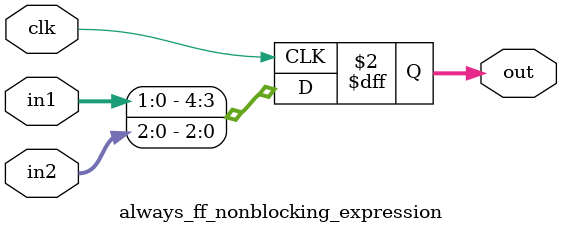
<source format=sv>
module always_ff_nonblocking_expression (input bit clk, input bit [1:0] in1, input bit [2:0] in2, output bit [4:0] out);
always_ff @(posedge clk)
    out <= {in1, in2};
endmodule
</source>
